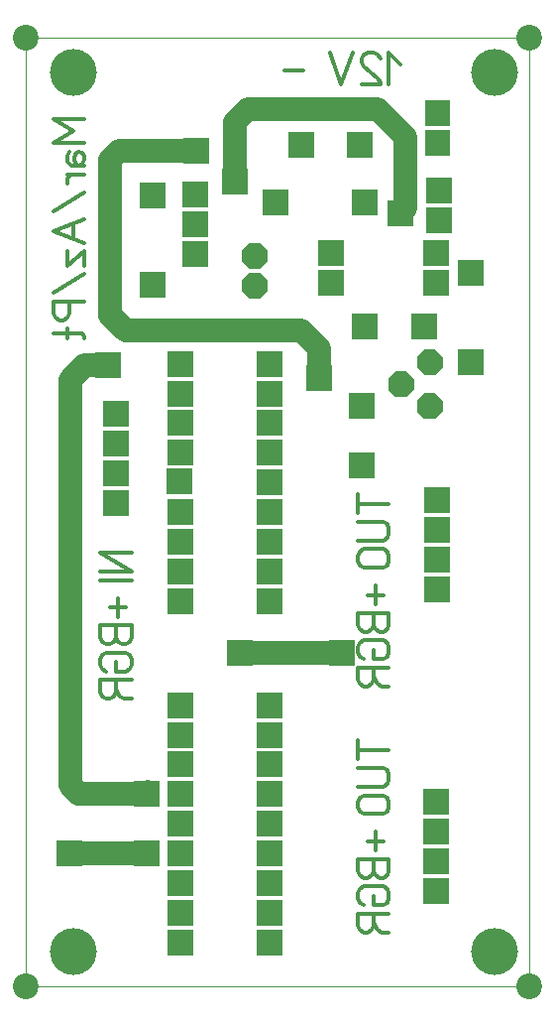
<source format=gbr>
%FSLAX34Y34*%
%MOMM*%
%LNCOPPER_TOP*%
G71*
G01*
%ADD10C, 2.00*%
%ADD11C, 0.33*%
%ADD12C, 4.00*%
%ADD13C, 0.10*%
%ADD14C, 2.20*%
%LPD*%
G36*
X75950Y-396646D02*
X97950Y-396646D01*
X97950Y-418646D01*
X75950Y-418646D01*
X75950Y-396646D01*
G37*
G36*
X75950Y-371246D02*
X97950Y-371246D01*
X97950Y-393246D01*
X75950Y-393246D01*
X75950Y-371246D01*
G37*
G36*
X75950Y-345846D02*
X97950Y-345846D01*
X97950Y-367846D01*
X75950Y-367846D01*
X75950Y-345846D01*
G37*
G36*
X75950Y-320446D02*
X97950Y-320446D01*
X97950Y-342446D01*
X75950Y-342446D01*
X75950Y-320446D01*
G37*
G36*
X107200Y-134250D02*
X129200Y-134250D01*
X129200Y-156250D01*
X107200Y-156250D01*
X107200Y-134250D01*
G37*
G36*
X143700Y-132750D02*
X165700Y-132750D01*
X165700Y-154750D01*
X143700Y-154750D01*
X143700Y-132750D01*
G37*
G36*
X143700Y-158150D02*
X165700Y-158150D01*
X165700Y-180150D01*
X143700Y-180150D01*
X143700Y-158150D01*
G37*
G36*
X143700Y-183550D02*
X165700Y-183550D01*
X165700Y-205550D01*
X143700Y-205550D01*
X143700Y-183550D01*
G37*
G36*
X107200Y-210450D02*
X129200Y-210450D01*
X129200Y-232450D01*
X107200Y-232450D01*
X107200Y-210450D01*
G37*
G36*
X212100Y-139750D02*
X234100Y-139750D01*
X234100Y-161750D01*
X212100Y-161750D01*
X212100Y-139750D01*
G37*
G36*
X233699Y-90792D02*
X255699Y-90792D01*
X255699Y-112792D01*
X233699Y-112792D01*
X233699Y-90792D01*
G37*
G36*
X283699Y-90792D02*
X305699Y-90792D01*
X305699Y-112792D01*
X283699Y-112792D01*
X283699Y-90792D01*
G37*
G36*
X288300Y-139750D02*
X310300Y-139750D01*
X310300Y-161750D01*
X288300Y-161750D01*
X288300Y-139750D01*
G37*
G36*
X259200Y-183250D02*
X281200Y-183250D01*
X281200Y-205250D01*
X259200Y-205250D01*
X259200Y-183250D01*
G37*
G36*
X259200Y-208250D02*
X281200Y-208250D01*
X281200Y-230250D01*
X259200Y-230250D01*
X259200Y-208250D01*
G37*
G36*
X349200Y-208250D02*
X371200Y-208250D01*
X371200Y-230250D01*
X349200Y-230250D01*
X349200Y-208250D01*
G37*
G36*
X349200Y-183250D02*
X371200Y-183250D01*
X371200Y-205250D01*
X349200Y-205250D01*
X349200Y-183250D01*
G37*
G36*
X351500Y-154950D02*
X373500Y-154950D01*
X373500Y-176950D01*
X351500Y-176950D01*
X351500Y-154950D01*
G37*
G36*
X351500Y-129550D02*
X373500Y-129550D01*
X373500Y-151550D01*
X351500Y-151550D01*
X351500Y-129550D01*
G37*
G36*
X350500Y-88950D02*
X372500Y-88950D01*
X372500Y-110950D01*
X350500Y-110950D01*
X350500Y-88950D01*
G37*
G36*
X350500Y-63550D02*
X372500Y-63550D01*
X372500Y-85550D01*
X350500Y-85550D01*
X350500Y-63550D01*
G37*
G36*
X349950Y-469646D02*
X371950Y-469646D01*
X371950Y-491646D01*
X349950Y-491646D01*
X349950Y-469646D01*
G37*
G36*
X349950Y-444246D02*
X371950Y-444246D01*
X371950Y-466246D01*
X349950Y-466246D01*
X349950Y-444246D01*
G37*
G36*
X349950Y-418846D02*
X371950Y-418846D01*
X371950Y-440846D01*
X349950Y-440846D01*
X349950Y-418846D01*
G37*
G36*
X349950Y-393446D02*
X371950Y-393446D01*
X371950Y-415446D01*
X349950Y-415446D01*
X349950Y-393446D01*
G37*
G36*
X194695Y-191741D02*
X201130Y-185306D01*
X210260Y-185306D01*
X216695Y-191741D01*
X216695Y-200871D01*
X210260Y-207306D01*
X201130Y-207306D01*
X194695Y-200871D01*
X194695Y-191741D01*
G37*
G36*
X194695Y-217197D02*
X201130Y-210762D01*
X210260Y-210762D01*
X216695Y-217197D01*
X216695Y-226327D01*
X210260Y-232762D01*
X201130Y-232762D01*
X194695Y-226327D01*
X194695Y-217197D01*
G37*
G54D10*
X155000Y-107000D02*
X89000Y-107000D01*
X82000Y-114000D01*
X82000Y-247000D01*
X95000Y-260000D01*
X245000Y-260000D01*
X260000Y-275000D01*
X260000Y-300050D01*
X260700Y-300750D01*
G36*
X144000Y-96000D02*
X166000Y-96000D01*
X166000Y-118000D01*
X144000Y-118000D01*
X144000Y-96000D01*
G37*
G36*
X249700Y-289750D02*
X271700Y-289750D01*
X271700Y-311750D01*
X249700Y-311750D01*
X249700Y-289750D01*
G37*
G36*
X338800Y-246000D02*
X360800Y-246000D01*
X360800Y-268000D01*
X338800Y-268000D01*
X338800Y-246000D01*
G37*
G36*
X378700Y-275950D02*
X400700Y-275950D01*
X400700Y-297950D01*
X378700Y-297950D01*
X378700Y-275950D01*
G37*
G36*
X285494Y-313378D02*
X307494Y-313378D01*
X307494Y-335378D01*
X285494Y-335378D01*
X285494Y-313378D01*
G37*
G36*
X285494Y-364178D02*
X307494Y-364178D01*
X307494Y-386178D01*
X285494Y-386178D01*
X285494Y-364178D01*
G37*
G36*
X288000Y-246000D02*
X310000Y-246000D01*
X310000Y-268000D01*
X288000Y-268000D01*
X288000Y-246000D01*
G37*
G36*
X343981Y-282569D02*
X350416Y-276134D01*
X359546Y-276134D01*
X365981Y-282569D01*
X365981Y-291699D01*
X359546Y-298134D01*
X350416Y-298134D01*
X343981Y-291699D01*
X343981Y-282569D01*
G37*
G36*
X343981Y-319969D02*
X350416Y-313534D01*
X359546Y-313534D01*
X365981Y-319969D01*
X365981Y-329099D01*
X359546Y-335534D01*
X350416Y-335534D01*
X343981Y-329099D01*
X343981Y-319969D01*
G37*
G36*
X319281Y-301269D02*
X325716Y-294834D01*
X334846Y-294834D01*
X341281Y-301269D01*
X341281Y-310399D01*
X334846Y-316834D01*
X325716Y-316834D01*
X319281Y-310399D01*
X319281Y-301269D01*
G37*
G36*
X378700Y-199750D02*
X400700Y-199750D01*
X400700Y-221750D01*
X378700Y-221750D01*
X378700Y-199750D01*
G37*
G54D10*
X188000Y-133000D02*
X188000Y-82000D01*
X199000Y-71000D01*
X310000Y-71000D01*
X334000Y-95000D01*
X334000Y-156000D01*
X330000Y-160000D01*
G36*
X177000Y-122000D02*
X199000Y-122000D01*
X199000Y-144000D01*
X177000Y-144000D01*
X177000Y-122000D01*
G37*
G36*
X319000Y-149000D02*
X341000Y-149000D01*
X341000Y-171000D01*
X319000Y-171000D01*
X319000Y-149000D01*
G37*
G54D10*
X80000Y-290000D02*
X60000Y-290000D01*
X48000Y-302000D01*
X48000Y-648000D01*
X55000Y-655000D01*
X113000Y-655000D01*
X114000Y-654000D01*
G54D10*
X47000Y-706000D02*
X113000Y-706000D01*
G54D10*
X193000Y-535000D02*
X280000Y-535000D01*
G54D11*
X100000Y-450000D02*
X73333Y-450000D01*
X100000Y-466000D01*
X73333Y-466000D01*
G54D11*
X100000Y-473333D02*
X73333Y-473333D01*
G54D11*
X88333Y-488399D02*
X88333Y-504399D01*
G54D11*
X81667Y-496399D02*
X95000Y-496399D01*
G54D11*
X100000Y-511732D02*
X73333Y-511732D01*
X73333Y-521732D01*
X75000Y-525732D01*
X78333Y-527732D01*
X81667Y-527732D01*
X85000Y-525732D01*
X86667Y-521732D01*
X88333Y-525732D01*
X91667Y-527732D01*
X95000Y-527732D01*
X98333Y-525732D01*
X100000Y-521732D01*
X100000Y-511732D01*
G54D11*
X86667Y-511732D02*
X86667Y-521732D01*
G54D11*
X86667Y-543065D02*
X86667Y-551065D01*
X95000Y-551065D01*
X98333Y-549065D01*
X100000Y-545065D01*
X100000Y-541065D01*
X98333Y-537065D01*
X95000Y-535065D01*
X78333Y-535065D01*
X75000Y-537065D01*
X73333Y-541065D01*
X73333Y-545065D01*
X75000Y-549065D01*
X78333Y-551065D01*
G54D11*
X86667Y-566398D02*
X90000Y-572398D01*
X93333Y-574398D01*
X100000Y-574398D01*
G54D11*
X100000Y-558398D02*
X73333Y-558398D01*
X73333Y-568398D01*
X75000Y-572398D01*
X78333Y-574398D01*
X81667Y-574398D01*
X85000Y-572398D01*
X86667Y-568398D01*
X86667Y-558398D01*
G54D11*
X60000Y-80000D02*
X33333Y-80000D01*
X50000Y-90000D01*
X33333Y-100000D01*
X60000Y-100000D01*
G54D11*
X46667Y-107333D02*
X45000Y-111333D01*
X45000Y-116133D01*
X48333Y-119333D01*
X60000Y-119333D01*
G54D11*
X55000Y-119333D02*
X51667Y-117333D01*
X51000Y-113333D01*
X51667Y-109333D01*
X55000Y-107333D01*
X58333Y-108133D01*
X60000Y-111333D01*
X60000Y-113333D01*
X60000Y-114133D01*
X58333Y-117333D01*
X55000Y-119333D01*
G54D11*
X60000Y-126666D02*
X45000Y-126666D01*
G54D11*
X48333Y-126666D02*
X45000Y-130666D01*
X45000Y-134666D01*
G54D11*
X60000Y-141999D02*
X33333Y-157999D01*
G54D11*
X60000Y-165332D02*
X33333Y-175332D01*
X60000Y-185332D01*
G54D11*
X50000Y-169332D02*
X50000Y-181332D01*
G54D11*
X45000Y-192665D02*
X45000Y-204665D01*
X60000Y-192665D01*
X60000Y-204665D01*
G54D11*
X60000Y-211998D02*
X33333Y-227998D01*
G54D11*
X60000Y-235331D02*
X33333Y-235331D01*
X33333Y-245331D01*
X35000Y-249331D01*
X38333Y-251331D01*
X41667Y-251331D01*
X45000Y-249331D01*
X46667Y-245331D01*
X46667Y-235331D01*
G54D11*
X33333Y-262664D02*
X58333Y-262664D01*
X60000Y-264664D01*
X59333Y-266664D01*
G54D11*
X45000Y-258664D02*
X45000Y-266664D01*
G54D11*
X330000Y-33333D02*
X320000Y-23333D01*
X320000Y-50000D01*
G54D11*
X296667Y-50000D02*
X312667Y-50000D01*
X312667Y-48333D01*
X310667Y-45000D01*
X298667Y-35000D01*
X296667Y-31667D01*
X296667Y-28333D01*
X298667Y-25000D01*
X302667Y-23333D01*
X306667Y-23333D01*
X310667Y-25000D01*
X312667Y-28333D01*
G54D11*
X289334Y-23333D02*
X279334Y-50000D01*
X269334Y-23333D01*
G54D11*
X246535Y-38333D02*
X230535Y-38333D01*
X50000Y-40000D02*
G54D12*
D03*
X410000Y-40000D02*
G54D12*
D03*
X410000Y-790000D02*
G54D12*
D03*
X50000Y-790000D02*
G54D12*
D03*
G54D13*
X10000Y-10000D02*
X440000Y-10000D01*
X440000Y-820000D01*
X10000Y-820000D01*
X10000Y-10000D01*
X10000Y-10000D02*
G54D14*
D03*
X440000Y-10000D02*
G54D14*
D03*
X440000Y-820000D02*
G54D14*
D03*
X10000Y-820000D02*
G54D14*
D03*
G54D11*
X320000Y-618000D02*
X293333Y-618000D01*
G54D11*
X293333Y-610000D02*
X293333Y-626000D01*
G54D11*
X293333Y-633333D02*
X315000Y-633333D01*
X318333Y-635333D01*
X320000Y-639333D01*
X320000Y-643333D01*
X318333Y-647333D01*
X315000Y-649333D01*
X293333Y-649333D01*
G54D11*
X298333Y-672666D02*
X315000Y-672666D01*
X318333Y-670666D01*
X320000Y-666666D01*
X320000Y-662666D01*
X318333Y-658666D01*
X315000Y-656666D01*
X298333Y-656666D01*
X295000Y-658666D01*
X293333Y-662666D01*
X293333Y-666666D01*
X295000Y-670666D01*
X298333Y-672666D01*
G54D11*
X308333Y-687732D02*
X308333Y-703732D01*
G54D11*
X301667Y-695732D02*
X315000Y-695732D01*
G54D11*
X320000Y-711065D02*
X293333Y-711065D01*
X293333Y-721065D01*
X295000Y-725065D01*
X298333Y-727065D01*
X301667Y-727065D01*
X305000Y-725065D01*
X306667Y-721065D01*
X308333Y-725065D01*
X311667Y-727065D01*
X315000Y-727065D01*
X318333Y-725065D01*
X320000Y-721065D01*
X320000Y-711065D01*
G54D11*
X306667Y-711065D02*
X306667Y-721065D01*
G54D11*
X306667Y-742398D02*
X306667Y-750398D01*
X315000Y-750398D01*
X318333Y-748398D01*
X320000Y-744398D01*
X320000Y-740398D01*
X318333Y-736398D01*
X315000Y-734398D01*
X298333Y-734398D01*
X295000Y-736398D01*
X293333Y-740398D01*
X293333Y-744398D01*
X295000Y-748398D01*
X298333Y-750398D01*
G54D11*
X306667Y-765731D02*
X310000Y-771731D01*
X313333Y-773731D01*
X320000Y-773731D01*
G54D11*
X320000Y-757731D02*
X293333Y-757731D01*
X293333Y-767731D01*
X295000Y-771731D01*
X298333Y-773731D01*
X301667Y-773731D01*
X305000Y-771731D01*
X306667Y-767731D01*
X306667Y-757731D01*
G54D11*
X320000Y-408000D02*
X293333Y-408000D01*
G54D11*
X293333Y-400000D02*
X293333Y-416000D01*
G54D11*
X293333Y-423333D02*
X315000Y-423333D01*
X318333Y-425333D01*
X320000Y-429333D01*
X320000Y-433333D01*
X318333Y-437333D01*
X315000Y-439333D01*
X293333Y-439333D01*
G54D11*
X298333Y-462666D02*
X315000Y-462666D01*
X318333Y-460666D01*
X320000Y-456666D01*
X320000Y-452666D01*
X318333Y-448666D01*
X315000Y-446666D01*
X298333Y-446666D01*
X295000Y-448666D01*
X293333Y-452666D01*
X293333Y-456666D01*
X295000Y-460666D01*
X298333Y-462666D01*
G54D11*
X308333Y-477732D02*
X308333Y-493732D01*
G54D11*
X301667Y-485732D02*
X315000Y-485732D01*
G54D11*
X320000Y-501065D02*
X293333Y-501065D01*
X293333Y-511065D01*
X295000Y-515065D01*
X298333Y-517065D01*
X301667Y-517065D01*
X305000Y-515065D01*
X306667Y-511065D01*
X308333Y-515065D01*
X311667Y-517065D01*
X315000Y-517065D01*
X318333Y-515065D01*
X320000Y-511065D01*
X320000Y-501065D01*
G54D11*
X306667Y-501065D02*
X306667Y-511065D01*
G54D11*
X306667Y-532398D02*
X306667Y-540398D01*
X315000Y-540398D01*
X318333Y-538398D01*
X320000Y-534398D01*
X320000Y-530398D01*
X318333Y-526398D01*
X315000Y-524398D01*
X298333Y-524398D01*
X295000Y-526398D01*
X293333Y-530398D01*
X293333Y-534398D01*
X295000Y-538398D01*
X298333Y-540398D01*
G54D11*
X306667Y-555731D02*
X310000Y-561731D01*
X313333Y-563731D01*
X320000Y-563731D01*
G54D11*
X320000Y-547731D02*
X293333Y-547731D01*
X293333Y-557731D01*
X295000Y-561731D01*
X298333Y-563731D01*
X301667Y-563731D01*
X305000Y-561731D01*
X306667Y-557731D01*
X306667Y-547731D01*
G36*
X131174Y-277723D02*
X153174Y-277723D01*
X153174Y-299723D01*
X131174Y-299723D01*
X131174Y-277723D01*
G37*
G36*
X131174Y-303123D02*
X153174Y-303123D01*
X153174Y-325123D01*
X131174Y-325123D01*
X131174Y-303123D01*
G37*
G36*
X131174Y-328123D02*
X153174Y-328123D01*
X153174Y-350123D01*
X131174Y-350123D01*
X131174Y-328123D01*
G37*
G36*
X131174Y-353523D02*
X153174Y-353523D01*
X153174Y-375523D01*
X131174Y-375523D01*
X131174Y-353523D01*
G37*
G36*
X130251Y-378000D02*
X152251Y-378000D01*
X152251Y-400000D01*
X130251Y-400000D01*
X130251Y-378000D01*
G37*
G36*
X131174Y-404323D02*
X153174Y-404323D01*
X153174Y-426323D01*
X131174Y-426323D01*
X131174Y-404323D01*
G37*
G36*
X131174Y-429723D02*
X153174Y-429723D01*
X153174Y-451723D01*
X131174Y-451723D01*
X131174Y-429723D01*
G37*
G36*
X207374Y-303123D02*
X229374Y-303123D01*
X229374Y-325123D01*
X207374Y-325123D01*
X207374Y-303123D01*
G37*
G36*
X207374Y-277723D02*
X229374Y-277723D01*
X229374Y-299723D01*
X207374Y-299723D01*
X207374Y-277723D01*
G37*
G36*
X207374Y-328123D02*
X229374Y-328123D01*
X229374Y-350123D01*
X207374Y-350123D01*
X207374Y-328123D01*
G37*
G36*
X207374Y-353523D02*
X229374Y-353523D01*
X229374Y-375523D01*
X207374Y-375523D01*
X207374Y-353523D01*
G37*
G36*
X207374Y-378923D02*
X229374Y-378923D01*
X229374Y-400923D01*
X207374Y-400923D01*
X207374Y-378923D01*
G37*
G36*
X207374Y-404323D02*
X229374Y-404323D01*
X229374Y-426323D01*
X207374Y-426323D01*
X207374Y-404323D01*
G37*
G36*
X207374Y-429723D02*
X229374Y-429723D01*
X229374Y-451723D01*
X207374Y-451723D01*
X207374Y-429723D01*
G37*
G36*
X207374Y-455123D02*
X229374Y-455123D01*
X229374Y-477123D01*
X207374Y-477123D01*
X207374Y-455123D01*
G37*
G36*
X207374Y-480523D02*
X229374Y-480523D01*
X229374Y-502523D01*
X207374Y-502523D01*
X207374Y-480523D01*
G37*
G36*
X207374Y-568723D02*
X229374Y-568723D01*
X229374Y-590723D01*
X207374Y-590723D01*
X207374Y-568723D01*
G37*
G36*
X131174Y-568723D02*
X153174Y-568723D01*
X153174Y-590723D01*
X131174Y-590723D01*
X131174Y-568723D01*
G37*
G36*
X348950Y-651446D02*
X370950Y-651446D01*
X370950Y-673446D01*
X348950Y-673446D01*
X348950Y-651446D01*
G37*
G36*
X348950Y-676846D02*
X370950Y-676846D01*
X370950Y-698846D01*
X348950Y-698846D01*
X348950Y-676846D01*
G37*
G36*
X348950Y-702246D02*
X370950Y-702246D01*
X370950Y-724246D01*
X348950Y-724246D01*
X348950Y-702246D01*
G37*
G36*
X348950Y-727646D02*
X370950Y-727646D01*
X370950Y-749646D01*
X348950Y-749646D01*
X348950Y-727646D01*
G37*
G36*
X207374Y-771523D02*
X229374Y-771523D01*
X229374Y-793523D01*
X207374Y-793523D01*
X207374Y-771523D01*
G37*
G36*
X207374Y-746123D02*
X229374Y-746123D01*
X229374Y-768123D01*
X207374Y-768123D01*
X207374Y-746123D01*
G37*
G36*
X207374Y-720723D02*
X229374Y-720723D01*
X229374Y-742723D01*
X207374Y-742723D01*
X207374Y-720723D01*
G37*
G36*
X207374Y-695323D02*
X229374Y-695323D01*
X229374Y-717323D01*
X207374Y-717323D01*
X207374Y-695323D01*
G37*
G36*
X207374Y-669923D02*
X229374Y-669923D01*
X229374Y-691923D01*
X207374Y-691923D01*
X207374Y-669923D01*
G37*
G36*
X207374Y-644523D02*
X229374Y-644523D01*
X229374Y-666523D01*
X207374Y-666523D01*
X207374Y-644523D01*
G37*
G36*
X207374Y-619123D02*
X229374Y-619123D01*
X229374Y-641123D01*
X207374Y-641123D01*
X207374Y-619123D01*
G37*
G36*
X207374Y-594123D02*
X229374Y-594123D01*
X229374Y-616123D01*
X207374Y-616123D01*
X207374Y-594123D01*
G37*
G36*
X131174Y-594123D02*
X153174Y-594123D01*
X153174Y-616123D01*
X131174Y-616123D01*
X131174Y-594123D01*
G37*
G36*
X131174Y-619123D02*
X153174Y-619123D01*
X153174Y-641123D01*
X131174Y-641123D01*
X131174Y-619123D01*
G37*
G36*
X131174Y-644523D02*
X153174Y-644523D01*
X153174Y-666523D01*
X131174Y-666523D01*
X131174Y-644523D01*
G37*
G36*
X131174Y-669923D02*
X153174Y-669923D01*
X153174Y-691923D01*
X131174Y-691923D01*
X131174Y-669923D01*
G37*
G36*
X131174Y-695323D02*
X153174Y-695323D01*
X153174Y-717323D01*
X131174Y-717323D01*
X131174Y-695323D01*
G37*
G36*
X131174Y-720723D02*
X153174Y-720723D01*
X153174Y-742723D01*
X131174Y-742723D01*
X131174Y-720723D01*
G37*
G36*
X131174Y-746123D02*
X153174Y-746123D01*
X153174Y-768123D01*
X131174Y-768123D01*
X131174Y-746123D01*
G37*
G36*
X131174Y-771523D02*
X153174Y-771523D01*
X153174Y-793523D01*
X131174Y-793523D01*
X131174Y-771523D01*
G37*
G36*
X102000Y-695000D02*
X124000Y-695000D01*
X124000Y-717000D01*
X102000Y-717000D01*
X102000Y-695000D01*
G37*
G36*
X36000Y-695000D02*
X58000Y-695000D01*
X58000Y-717000D01*
X36000Y-717000D01*
X36000Y-695000D01*
G37*
G36*
X69000Y-279000D02*
X91000Y-279000D01*
X91000Y-301000D01*
X69000Y-301000D01*
X69000Y-279000D01*
G37*
G36*
X131174Y-455123D02*
X153174Y-455123D01*
X153174Y-477123D01*
X131174Y-477123D01*
X131174Y-455123D01*
G37*
G36*
X131174Y-480523D02*
X153174Y-480523D01*
X153174Y-502523D01*
X131174Y-502523D01*
X131174Y-480523D01*
G37*
G36*
X102000Y-644000D02*
X124000Y-644000D01*
X124000Y-666000D01*
X102000Y-666000D01*
X102000Y-644000D01*
G37*
G36*
X269000Y-524000D02*
X291000Y-524000D01*
X291000Y-546000D01*
X269000Y-546000D01*
X269000Y-524000D01*
G37*
G36*
X182000Y-524000D02*
X204000Y-524000D01*
X204000Y-546000D01*
X182000Y-546000D01*
X182000Y-524000D01*
G37*
M02*

</source>
